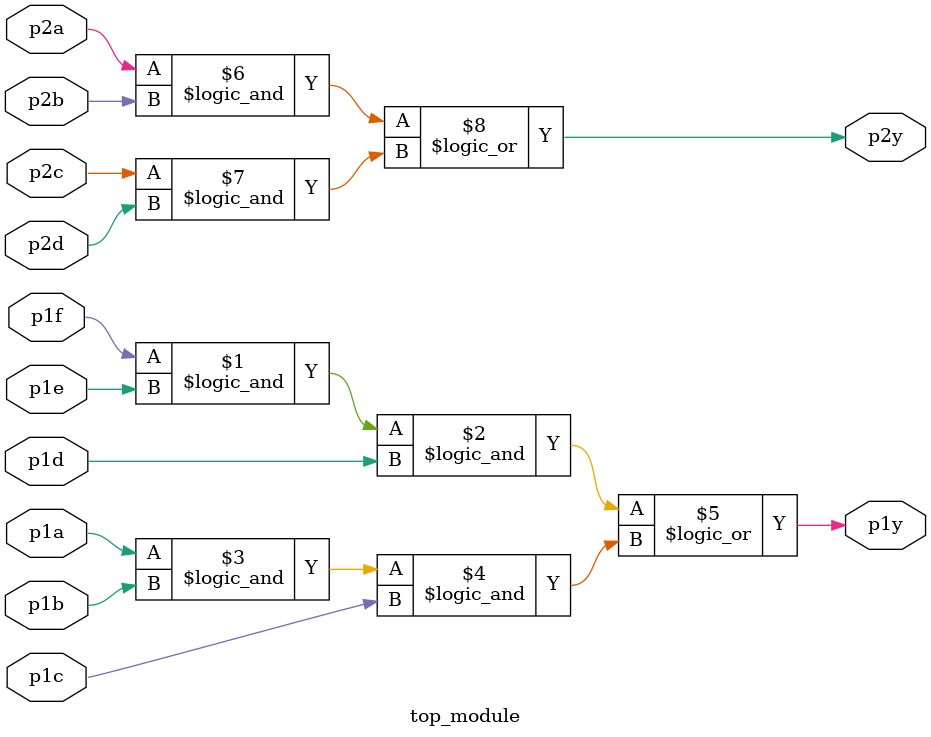
<source format=v>
module top_module ( 
    input p1a, p1b, p1c, p1d, p1e, p1f,
    output p1y,
    input p2a, p2b, p2c, p2d,
    output p2y );
    assign p1y = (p1f&&p1e&&p1d)||(p1a&&p1b&&p1c);
    assign p2y = (p2a&&p2b)||(p2c&&p2d);

endmodule

</source>
